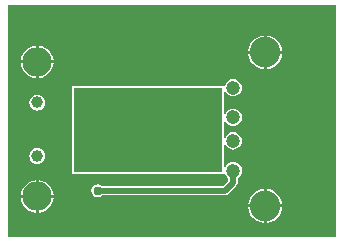
<source format=gbl>
G04 Layer_Physical_Order=2*
G04 Layer_Color=16711680*
%FSLAX23Y23*%
%MOIN*%
G70*
G01*
G75*
%ADD16C,0.020*%
%ADD18C,0.102*%
%ADD19C,0.047*%
%ADD20C,0.098*%
%ADD21C,0.039*%
%ADD22C,0.031*%
%ADD23R,0.495X0.285*%
G36*
X2335Y1090D02*
X1242D01*
Y1863D01*
X2335D01*
Y1090D01*
D02*
G37*
%LPC*%
G36*
X1334Y1280D02*
X1324Y1278D01*
X1311Y1273D01*
X1300Y1264D01*
X1291Y1253D01*
X1286Y1240D01*
X1285Y1231D01*
X1334D01*
Y1280D01*
D02*
G37*
G36*
X2103Y1250D02*
Y1199D01*
X2154D01*
X2153Y1208D01*
X2147Y1222D01*
X2138Y1234D01*
X2127Y1243D01*
X2113Y1249D01*
X2103Y1250D01*
D02*
G37*
G36*
X1339Y1388D02*
X1332Y1387D01*
X1325Y1385D01*
X1320Y1380D01*
X1315Y1375D01*
X1313Y1368D01*
X1312Y1361D01*
X1313Y1354D01*
X1315Y1348D01*
X1320Y1342D01*
X1325Y1338D01*
X1332Y1335D01*
X1339Y1335D01*
X1346Y1335D01*
X1352Y1338D01*
X1358Y1342D01*
X1362Y1348D01*
X1365Y1354D01*
X1365Y1361D01*
X1365Y1368D01*
X1362Y1375D01*
X1358Y1380D01*
X1352Y1385D01*
X1346Y1387D01*
X1339Y1388D01*
D02*
G37*
G36*
X1344Y1280D02*
Y1231D01*
X1393D01*
X1391Y1240D01*
X1386Y1253D01*
X1377Y1264D01*
X1366Y1273D01*
X1353Y1278D01*
X1344Y1280D01*
D02*
G37*
G36*
X2093Y1250D02*
X2084Y1249D01*
X2070Y1243D01*
X2058Y1234D01*
X2049Y1222D01*
X2044Y1208D01*
X2042Y1199D01*
X2093D01*
Y1250D01*
D02*
G37*
G36*
X2154Y1189D02*
X2103D01*
Y1138D01*
X2113Y1139D01*
X2127Y1145D01*
X2138Y1154D01*
X2147Y1165D01*
X2153Y1179D01*
X2154Y1189D01*
D02*
G37*
G36*
X2093D02*
X2042D01*
X2044Y1179D01*
X2049Y1165D01*
X2058Y1154D01*
X2070Y1145D01*
X2084Y1139D01*
X2093Y1138D01*
Y1189D01*
D02*
G37*
G36*
X1393Y1221D02*
X1344D01*
Y1172D01*
X1353Y1173D01*
X1366Y1178D01*
X1377Y1187D01*
X1386Y1198D01*
X1391Y1211D01*
X1393Y1221D01*
D02*
G37*
G36*
X1334D02*
X1285D01*
X1286Y1211D01*
X1291Y1198D01*
X1300Y1187D01*
X1311Y1178D01*
X1324Y1173D01*
X1334Y1172D01*
Y1221D01*
D02*
G37*
G36*
Y1728D02*
X1324Y1727D01*
X1311Y1722D01*
X1300Y1713D01*
X1291Y1702D01*
X1286Y1689D01*
X1285Y1679D01*
X1334D01*
Y1728D01*
D02*
G37*
G36*
X2154Y1701D02*
X2103D01*
Y1650D01*
X2113Y1651D01*
X2127Y1657D01*
X2138Y1666D01*
X2147Y1678D01*
X2153Y1692D01*
X2154Y1701D01*
D02*
G37*
G36*
X1344Y1728D02*
Y1679D01*
X1393D01*
X1391Y1689D01*
X1386Y1702D01*
X1377Y1713D01*
X1366Y1722D01*
X1353Y1727D01*
X1344Y1728D01*
D02*
G37*
G36*
X2103Y1762D02*
Y1711D01*
X2154D01*
X2153Y1721D01*
X2147Y1735D01*
X2138Y1746D01*
X2127Y1755D01*
X2113Y1761D01*
X2103Y1762D01*
D02*
G37*
G36*
X2093D02*
X2084Y1761D01*
X2070Y1755D01*
X2058Y1746D01*
X2049Y1735D01*
X2044Y1721D01*
X2042Y1711D01*
X2093D01*
Y1762D01*
D02*
G37*
G36*
X1992Y1617D02*
X1984Y1616D01*
X1977Y1613D01*
X1971Y1608D01*
X1967Y1602D01*
X1964Y1595D01*
X1964Y1595D01*
X1959Y1594D01*
X1959Y1594D01*
X1955Y1595D01*
X1460D01*
X1456Y1594D01*
X1455Y1590D01*
Y1305D01*
X1456Y1301D01*
X1460Y1300D01*
X1955D01*
X1959Y1301D01*
X1959Y1302D01*
X1965D01*
X1967Y1298D01*
X1971Y1292D01*
X1976Y1288D01*
Y1278D01*
X1959Y1260D01*
X1554D01*
X1548Y1265D01*
X1540Y1266D01*
X1532Y1265D01*
X1525Y1260D01*
X1520Y1253D01*
X1519Y1245D01*
X1520Y1237D01*
X1525Y1230D01*
X1532Y1225D01*
X1540Y1224D01*
X1548Y1225D01*
X1554Y1230D01*
X1965D01*
X1971Y1231D01*
X1976Y1234D01*
X2002Y1261D01*
X2006Y1266D01*
X2007Y1272D01*
Y1288D01*
X2012Y1292D01*
X2017Y1298D01*
X2020Y1305D01*
X2021Y1312D01*
X2020Y1320D01*
X2017Y1327D01*
X2012Y1333D01*
X2006Y1337D01*
X1999Y1340D01*
X1992Y1341D01*
X1984Y1340D01*
X1977Y1337D01*
X1971Y1333D01*
X1967Y1327D01*
X1965Y1324D01*
X1960Y1325D01*
Y1398D01*
X1965Y1399D01*
X1967Y1396D01*
X1971Y1390D01*
X1977Y1386D01*
X1984Y1383D01*
X1992Y1382D01*
X1999Y1383D01*
X2006Y1386D01*
X2012Y1390D01*
X2017Y1396D01*
X2020Y1403D01*
X2021Y1411D01*
X2020Y1418D01*
X2017Y1425D01*
X2012Y1431D01*
X2006Y1436D01*
X1999Y1439D01*
X1992Y1439D01*
X1984Y1439D01*
X1977Y1436D01*
X1971Y1431D01*
X1967Y1425D01*
X1965Y1422D01*
X1960Y1423D01*
Y1477D01*
X1965Y1478D01*
X1967Y1475D01*
X1971Y1469D01*
X1977Y1464D01*
X1984Y1461D01*
X1992Y1461D01*
X1999Y1461D01*
X2006Y1464D01*
X2012Y1469D01*
X2017Y1475D01*
X2020Y1482D01*
X2021Y1489D01*
X2020Y1497D01*
X2017Y1504D01*
X2012Y1510D01*
X2006Y1514D01*
X1999Y1517D01*
X1992Y1518D01*
X1984Y1517D01*
X1977Y1514D01*
X1971Y1510D01*
X1967Y1504D01*
X1965Y1501D01*
X1960Y1502D01*
Y1575D01*
X1965Y1576D01*
X1967Y1573D01*
X1971Y1567D01*
X1977Y1563D01*
X1984Y1560D01*
X1992Y1559D01*
X1999Y1560D01*
X2006Y1563D01*
X2012Y1567D01*
X2017Y1573D01*
X2020Y1580D01*
X2021Y1588D01*
X2020Y1595D01*
X2017Y1602D01*
X2012Y1608D01*
X2006Y1613D01*
X1999Y1616D01*
X1992Y1617D01*
D02*
G37*
G36*
X1339Y1565D02*
X1332Y1565D01*
X1325Y1562D01*
X1320Y1558D01*
X1315Y1552D01*
X1313Y1546D01*
X1312Y1539D01*
X1313Y1532D01*
X1315Y1525D01*
X1320Y1520D01*
X1325Y1515D01*
X1332Y1513D01*
X1339Y1512D01*
X1346Y1513D01*
X1352Y1515D01*
X1358Y1520D01*
X1362Y1525D01*
X1365Y1532D01*
X1365Y1539D01*
X1365Y1546D01*
X1362Y1552D01*
X1358Y1558D01*
X1352Y1562D01*
X1346Y1565D01*
X1339Y1565D01*
D02*
G37*
G36*
X1334Y1669D02*
X1285D01*
X1286Y1660D01*
X1291Y1647D01*
X1300Y1636D01*
X1311Y1627D01*
X1324Y1622D01*
X1334Y1620D01*
Y1669D01*
D02*
G37*
G36*
X2093Y1701D02*
X2042D01*
X2044Y1692D01*
X2049Y1678D01*
X2058Y1666D01*
X2070Y1657D01*
X2084Y1651D01*
X2093Y1650D01*
Y1701D01*
D02*
G37*
G36*
X1393Y1669D02*
X1344D01*
Y1620D01*
X1353Y1622D01*
X1366Y1627D01*
X1377Y1636D01*
X1386Y1647D01*
X1391Y1660D01*
X1393Y1669D01*
D02*
G37*
%LPD*%
D16*
X1992Y1272D02*
Y1312D01*
X1965Y1245D02*
X1992Y1272D01*
X1540Y1245D02*
X1965D01*
D18*
X2098Y1706D02*
D03*
Y1194D02*
D03*
D19*
X1992Y1588D02*
D03*
Y1489D02*
D03*
Y1411D02*
D03*
Y1312D02*
D03*
D20*
X1339Y1226D02*
D03*
Y1674D02*
D03*
D21*
Y1361D02*
D03*
Y1539D02*
D03*
D22*
X1930Y1325D02*
D03*
X1540Y1245D02*
D03*
X1535Y1520D02*
D03*
X1930Y1450D02*
D03*
Y1380D02*
D03*
Y1520D02*
D03*
X1535Y1450D02*
D03*
X1725D02*
D03*
Y1520D02*
D03*
X1535Y1325D02*
D03*
X1725D02*
D03*
Y1385D02*
D03*
X1535D02*
D03*
D23*
X1707Y1447D02*
D03*
M02*

</source>
